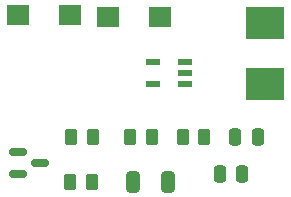
<source format=gbr>
%TF.GenerationSoftware,KiCad,Pcbnew,9.0.5*%
%TF.CreationDate,2025-11-28T10:22:16-08:00*%
%TF.ProjectId,project3_tiny_solar_power_supply,70726f6a-6563-4743-935f-74696e795f73,rev?*%
%TF.SameCoordinates,Original*%
%TF.FileFunction,Paste,Top*%
%TF.FilePolarity,Positive*%
%FSLAX46Y46*%
G04 Gerber Fmt 4.6, Leading zero omitted, Abs format (unit mm)*
G04 Created by KiCad (PCBNEW 9.0.5) date 2025-11-28 10:22:16*
%MOMM*%
%LPD*%
G01*
G04 APERTURE LIST*
G04 Aperture macros list*
%AMRoundRect*
0 Rectangle with rounded corners*
0 $1 Rounding radius*
0 $2 $3 $4 $5 $6 $7 $8 $9 X,Y pos of 4 corners*
0 Add a 4 corners polygon primitive as box body*
4,1,4,$2,$3,$4,$5,$6,$7,$8,$9,$2,$3,0*
0 Add four circle primitives for the rounded corners*
1,1,$1+$1,$2,$3*
1,1,$1+$1,$4,$5*
1,1,$1+$1,$6,$7*
1,1,$1+$1,$8,$9*
0 Add four rect primitives between the rounded corners*
20,1,$1+$1,$2,$3,$4,$5,0*
20,1,$1+$1,$4,$5,$6,$7,0*
20,1,$1+$1,$6,$7,$8,$9,0*
20,1,$1+$1,$8,$9,$2,$3,0*%
G04 Aperture macros list end*
%ADD10RoundRect,0.250000X0.262500X0.450000X-0.262500X0.450000X-0.262500X-0.450000X0.262500X-0.450000X0*%
%ADD11RoundRect,0.150000X-0.587500X-0.150000X0.587500X-0.150000X0.587500X0.150000X-0.587500X0.150000X0*%
%ADD12RoundRect,0.250000X-0.262500X-0.450000X0.262500X-0.450000X0.262500X0.450000X-0.262500X0.450000X0*%
%ADD13RoundRect,0.250000X0.325000X0.650000X-0.325000X0.650000X-0.325000X-0.650000X0.325000X-0.650000X0*%
%ADD14RoundRect,0.250000X0.250000X0.475000X-0.250000X0.475000X-0.250000X-0.475000X0.250000X-0.475000X0*%
%ADD15R,3.302000X2.667000*%
%ADD16R,1.879600X1.701800*%
%ADD17RoundRect,0.250000X-0.250000X-0.475000X0.250000X-0.475000X0.250000X0.475000X-0.250000X0.475000X0*%
%ADD18R,1.181100X0.558800*%
G04 APERTURE END LIST*
D10*
%TO.C,R3*%
X135667696Y-108863400D03*
X137492696Y-108863400D03*
%TD*%
D11*
%TO.C,Q1*%
X131142696Y-110138400D03*
X131142696Y-112038400D03*
X133017696Y-111088400D03*
%TD*%
D12*
%TO.C,R1*%
X145112696Y-108863400D03*
X146937696Y-108863400D03*
%TD*%
D13*
%TO.C,C2*%
X143842696Y-112673400D03*
X140892696Y-112673400D03*
%TD*%
D14*
%TO.C,C1*%
X151457696Y-108893400D03*
X149557696Y-108893400D03*
%TD*%
D15*
%TO.C,L1*%
X152055196Y-99275100D03*
X152055196Y-104405900D03*
%TD*%
D16*
%TO.C,CR1*%
X143182296Y-98703400D03*
X138762696Y-98703400D03*
%TD*%
D17*
%TO.C,C3*%
X148250196Y-112025900D03*
X150150196Y-112025900D03*
%TD*%
D18*
%TO.C,U1*%
X145303196Y-104413402D03*
X145303196Y-103463401D03*
X145303196Y-102513400D03*
X142572696Y-102513400D03*
X142572696Y-104413402D03*
%TD*%
D12*
%TO.C,R2*%
X140667696Y-108863400D03*
X142492696Y-108863400D03*
%TD*%
D16*
%TO.C,CR2*%
X135587696Y-98538300D03*
X131168096Y-98538300D03*
%TD*%
D12*
%TO.C,R4*%
X135587696Y-112673400D03*
X137412696Y-112673400D03*
%TD*%
M02*

</source>
